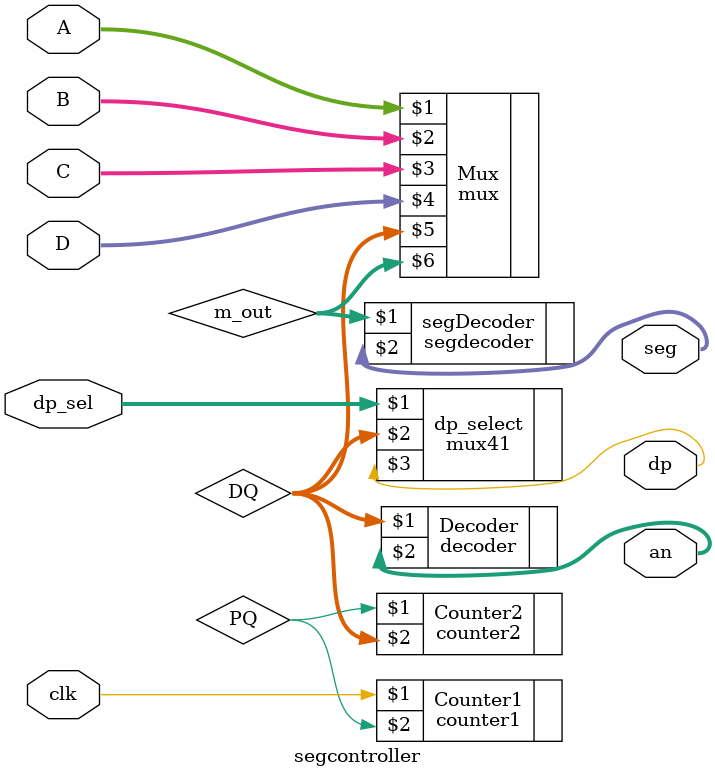
<source format=v>
`timescale 1ns / 1ps


module segcontroller(input clk, input [5:0] A, input [5:0] B,
 input [5:0] C, input [5:0] D, input[3:0]dp_sel , 
 output wire [6:0] seg, output wire [3:0] an, output wire dp); 

	wire PQ;
	wire [1:0] DQ; 
	wire [5:0] m_out; 
    
    mux41 dp_select(dp_sel, DQ, dp);
	counter1 Counter1(clk, PQ);
	counter2 Counter2(PQ, DQ);
	mux Mux(A, B, C, D, DQ, m_out); 
	decoder Decoder(DQ, an);
	segdecoder segDecoder(m_out, seg);
        
endmodule

</source>
